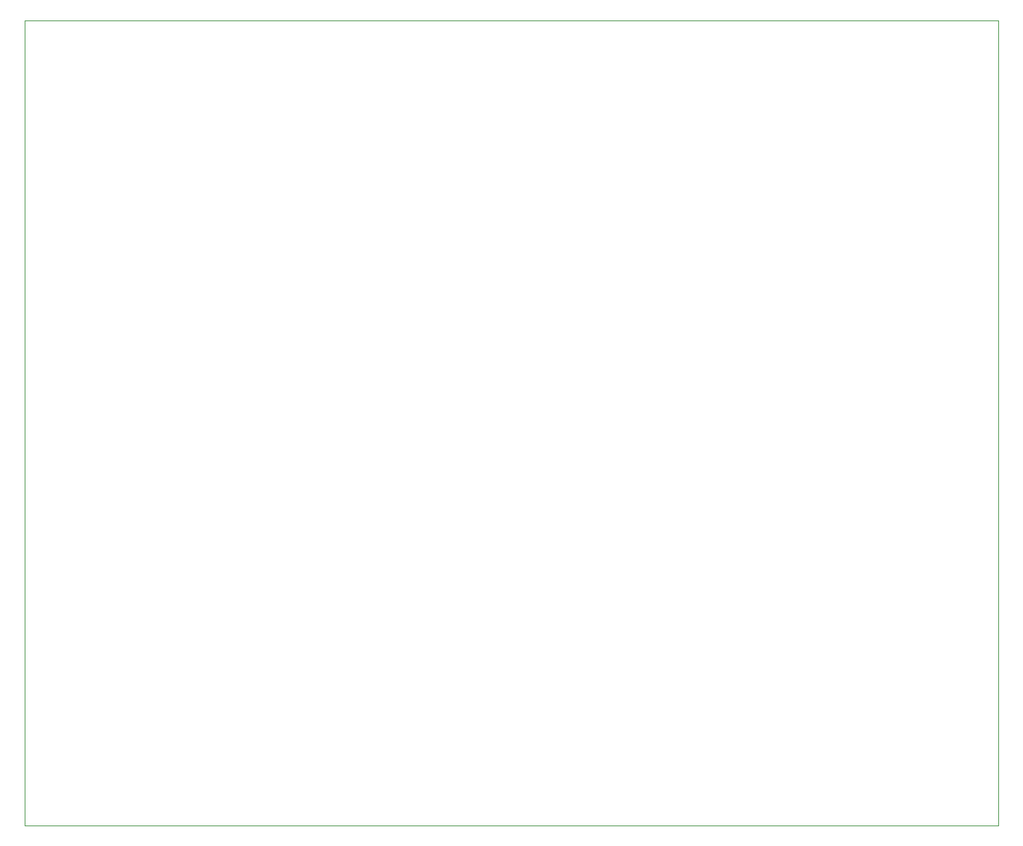
<source format=gbr>
%TF.GenerationSoftware,KiCad,Pcbnew,(7.0.0)*%
%TF.CreationDate,2023-03-09T18:18:53+01:00*%
%TF.ProjectId,ultrasonic array,756c7472-6173-46f6-9e69-632061727261,rev?*%
%TF.SameCoordinates,PX838a157PY7d6ad8a*%
%TF.FileFunction,Profile,NP*%
%FSLAX46Y46*%
G04 Gerber Fmt 4.6, Leading zero omitted, Abs format (unit mm)*
G04 Created by KiCad (PCBNEW (7.0.0)) date 2023-03-09 18:18:53*
%MOMM*%
%LPD*%
G01*
G04 APERTURE LIST*
%TA.AperFunction,Profile*%
%ADD10C,0.100000*%
%TD*%
G04 APERTURE END LIST*
D10*
X-36329047Y88329642D02*
X80510953Y88329642D01*
X80510953Y88329642D02*
X80510953Y-8190358D01*
X80510953Y-8190358D02*
X-36329047Y-8190358D01*
X-36329047Y-8190358D02*
X-36329047Y88329642D01*
M02*

</source>
